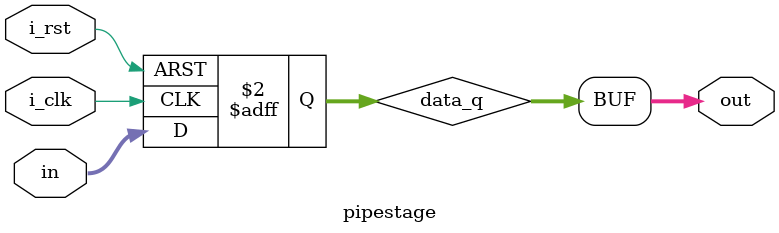
<source format=sv>
  module pipestage
    #(parameter p_width=32)
    (
      input  logic               i_clk,
      input  logic               i_rst,
      input  logic [p_width-1:0] in,
      output logic [p_width-1:0] out
    );
    logic [p_width-1:0] data_q;
    always_ff @(posedge i_clk or posedge i_rst)
      if (i_rst) begin
        data_q <= '0;
      end else begin
        data_q <= in;
      end
    assign out = data_q;
  endmodule

</source>
